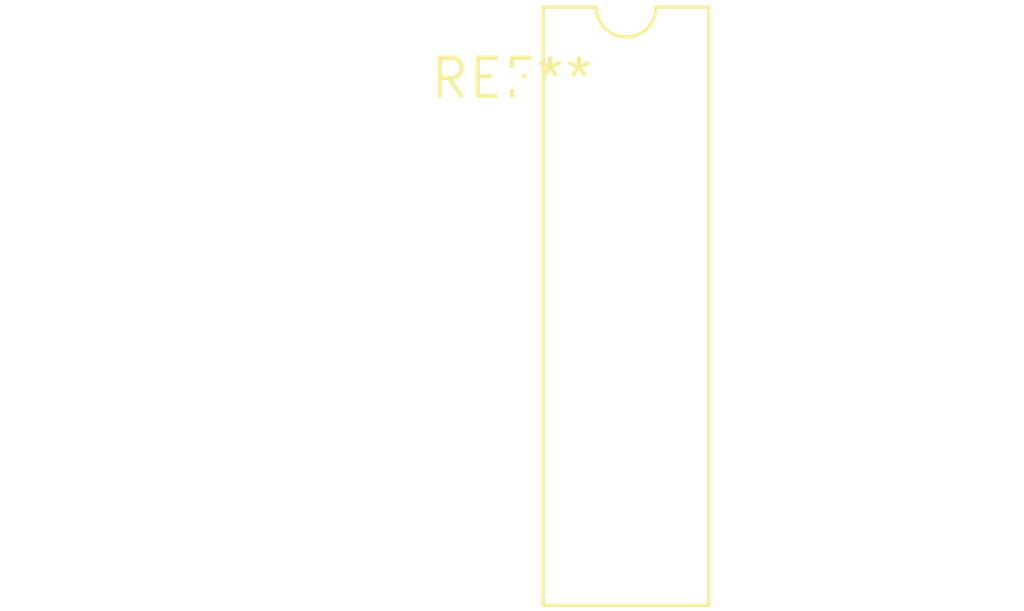
<source format=kicad_pcb>
(kicad_pcb (version 20240108) (generator pcbnew)
  (layers (0 "F.Cu" signal) (31 "B.Cu" signal) (34 "B.Paste" user) (35 "F.Paste" user) (36 "B.SilkS" user "B.Silkscreen") (37 "F.SilkS" user "F.Silkscreen") (38 "B.Mask" user) (39 "F.Mask" user) (44 "Edge.Cuts" user))
  (net 0 "")
  (footprint "Relay_StandexMeder_DIP_LowProfile" (layer "F.Cu") (at 0 0)
    (property "Reference" "REF**")
    (property "Value" "Relay_StandexMeder_DIP_LowProfile")
    (fp_line (start 1.04 -2.39) (end 1.04 17.63) (layer "F.SilkS") (stroke (width 0.12)))
    (fp_line (start 1.04 17.63) (end 6.58 17.63) (layer "F.SilkS") (stroke (width 0.12)))
    (fp_line (start 2.81 -2.39) (end 1.04 -2.39) (layer "F.SilkS") (stroke (width 0.12)))
    (fp_line (start 6.58 -2.39) (end 4.81 -2.39) (layer "F.SilkS") (stroke (width 0.12)))
    (fp_line (start 6.58 17.63) (end 6.58 -2.39) (layer "F.SilkS") (stroke (width 0.12)))
    (fp_arc (start 4.81 -2.39) (mid 3.81 -1.39) (end 2.81 -2.39) (layer "F.SilkS") (stroke (width 0.12)))
    (pad "1" thru_hole rect (at 0 0) (size 1.4 1.4) (drill 0.7) (layers *.Cu *.Mask) (remove_unused_layers))
    (pad "2" thru_hole circle (at 0 2.54) (size 1.4 1.4) (drill 0.7) (layers *.Cu *.Mask) (remove_unused_layers))
    (pad "6" thru_hole circle (at 0 12.8) (size 1.4 1.4) (drill 0.7) (layers *.Cu *.Mask) (remove_unused_layers))
    (pad "7" thru_hole circle (at 0 15.24) (size 1.4 1.4) (drill 0.7) (layers *.Cu *.Mask) (remove_unused_layers))
    (pad "8" thru_hole circle (at 7.62 15.24) (size 1.4 1.4) (drill 0.7) (layers *.Cu *.Mask) (remove_unused_layers))
    (pad "9" thru_hole circle (at 7.62 12.8) (size 1.4 1.4) (drill 0.7) (layers *.Cu *.Mask) (remove_unused_layers))
    (pad "13" thru_hole circle (at 7.62 2.54) (size 1.4 1.4) (drill 0.7) (layers *.Cu *.Mask) (remove_unused_layers))
    (pad "14" thru_hole circle (at 7.62 0) (size 1.4 1.4) (drill 0.7) (layers *.Cu *.Mask) (remove_unused_layers))
  )
)
</source>
